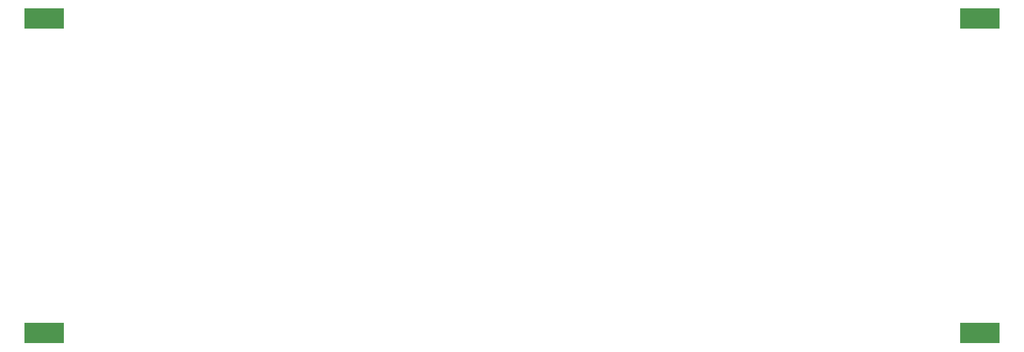
<source format=gbr>
G04 DipTrace 2.4.0.2*
%INTopPaste.gbr*%
%MOIN*%
%ADD19R,0.2205X0.1181*%
%FSLAX44Y44*%
G04*
G70*
G90*
G75*
G01*
%LNTopPaste*%
%LPD*%
D19*
X3875Y23799D3*
Y6201D3*
X56142D3*
Y23799D3*
M02*

</source>
